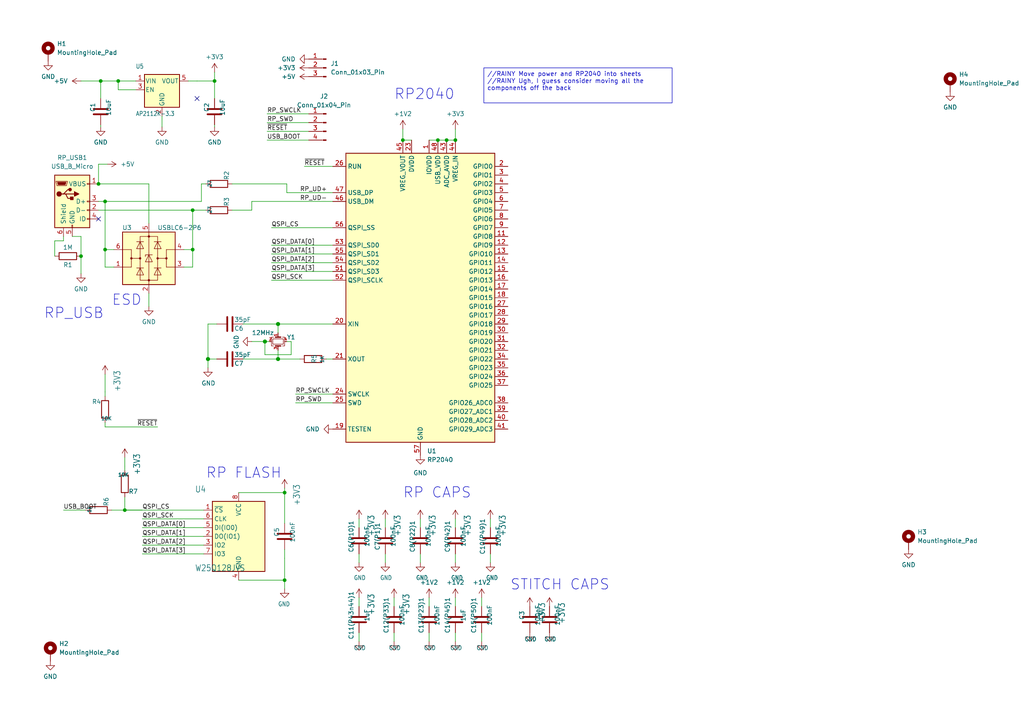
<source format=kicad_sch>
(kicad_sch (version 20230121) (generator eeschema)
  (paper "A4")
  (title_block (title "RP2040/FT232H Interface") (comment 1 "For transferring data quickly out of an RP2040"))
  (lib_symbols
    (symbol "Connector:Conn_01x03_Pin" (pin_names (offset 1.016) hide)
      (property "Reference" "J" (at 0 5.08 0))
      (property "Value" "Conn_01x03_Pin" (at 0 -5.08 0))
      (symbol "Conn_01x03_Pin_1_1"
        (polyline (pts (xy 1.27 -2.54) (xy 0.8636 -2.54)) (stroke (width 0.1524)))
        (polyline (pts (xy 1.27 0) (xy 0.8636 0)) (stroke (width 0.1524)))
        (polyline (pts (xy 1.27 2.54) (xy 0.8636 2.54)) (stroke (width 0.1524)))
        (rectangle (start 0.8636 -2.413) (end 0 -2.667) (stroke (width 0.1524)) (fill (type outline)))
        (rectangle (start 0.8636 0.127) (end 0 -0.127) (stroke (width 0.1524)) (fill (type outline)))
        (rectangle (start 0.8636 2.667) (end 0 2.413) (stroke (width 0.1524)) (fill (type outline)))
        (pin passive line (at 5.08 2.54 180) (length 3.81) (name "Pin_1") (number "1"))
        (pin passive line (at 5.08 0 180) (length 3.81) (name "Pin_2") (number "2"))
        (pin passive line (at 5.08 -2.54 180) (length 3.81) (name "Pin_3") (number "3"))
      )
    )
    (symbol "Connector:Conn_01x04_Pin" (pin_names (offset 1.016) hide)
      (property "Reference" "J" (at 0 5.08 0))
      (property "Value" "Conn_01x04_Pin" (at 0 -7.62 0))
      (symbol "Conn_01x04_Pin_1_1"
        (polyline (pts (xy 1.27 -5.08) (xy 0.8636 -5.08)) (stroke (width 0.1524)))
        (polyline (pts (xy 1.27 -2.54) (xy 0.8636 -2.54)) (stroke (width 0.1524)))
        (polyline (pts (xy 1.27 0) (xy 0.8636 0)) (stroke (width 0.1524)))
        (polyline (pts (xy 1.27 2.54) (xy 0.8636 2.54)) (stroke (width 0.1524)))
        (rectangle (start 0.8636 -4.953) (end 0 -5.207) (stroke (width 0.1524)) (fill (type outline)))
        (rectangle (start 0.8636 -2.413) (end 0 -2.667) (stroke (width 0.1524)) (fill (type outline)))
        (rectangle (start 0.8636 0.127) (end 0 -0.127) (stroke (width 0.1524)) (fill (type outline)))
        (rectangle (start 0.8636 2.667) (end 0 2.413) (stroke (width 0.1524)) (fill (type outline)))
        (pin passive line (at 5.08 2.54 180) (length 3.81) (name "Pin_1") (number "1"))
        (pin passive line (at 5.08 0 180) (length 3.81) (name "Pin_2") (number "2"))
        (pin passive line (at 5.08 -2.54 180) (length 3.81) (name "Pin_3") (number "3"))
        (pin passive line (at 5.08 -5.08 180) (length 3.81) (name "Pin_4") (number "4"))
      )
    )
    (symbol "Connector:USB_B_Micro" (pin_names (offset 1.016))
      (property "Reference" "J" (at -5.08 11.43 0))
      (property "Value" "USB_B_Micro" (at -5.08 8.89 0))
      (symbol "USB_B_Micro_0_1"
        (rectangle (start -5.08 -7.62) (end 5.08 7.62) (stroke (width 0.254)) (fill (type background)))
        (circle (center -3.81 2.159) (radius 0.635) (stroke (width 0.254)) (fill (type outline)))
        (circle (center -0.635 3.429) (radius 0.381) (stroke (width 0.254)) (fill (type outline)))
        (rectangle (start -0.127 -7.62) (end 0.127 -6.858))
        (polyline (pts (xy -1.905 2.159) (xy 0.635 2.159)) (stroke (width 0.254)))
        (polyline (pts (xy -3.175 2.159) (xy -2.54 2.159) (xy -1.27 3.429) (xy -0.635 3.429)) (stroke (width 0.254)))
        (polyline (pts (xy -2.54 2.159) (xy -1.905 2.159) (xy -1.27 0.889) (xy 0 0.889)) (stroke (width 0.254)))
        (polyline (pts (xy 0.635 2.794) (xy 0.635 1.524) (xy 1.905 2.159) (xy 0.635 2.794)) (stroke (width 0.254)) (fill (type outline)))
        (polyline (pts (xy -4.318 5.588) (xy -1.778 5.588) (xy -2.032 4.826) (xy -4.064 4.826) (xy -4.318 5.588)) (fill (type outline)))
        (polyline (pts (xy -4.699 5.842) (xy -4.699 5.588) (xy -4.445 4.826) (xy -4.445 4.572) (xy -1.651 4.572) (xy -1.651 4.826) (xy -1.397 5.588) (xy -1.397 5.842) (xy -4.699 5.842)))
        (rectangle (start 0.254 1.27) (end -0.508 0.508) (stroke (width 0.254)) (fill (type outline)))
        (rectangle (start 5.08 -5.207) (end 4.318 -4.953))
        (rectangle (start 5.08 -2.667) (end 4.318 -2.413))
        (rectangle (start 5.08 -0.127) (end 4.318 0.127))
        (rectangle (start 5.08 4.953) (end 4.318 5.207))
      )
      (symbol "USB_B_Micro_1_1"
        (pin power_out line (at 7.62 5.08 180) (length 2.54) (name "VBUS") (number "1"))
        (pin bidirectional line (at 7.62 -2.54 180) (length 2.54) (name "D-") (number "2"))
        (pin bidirectional line (at 7.62 0 180) (length 2.54) (name "D+") (number "3"))
        (pin passive line (at 7.62 -5.08 180) (length 2.54) (name "ID") (number "4"))
        (pin power_out line (at 0 -10.16 90) (length 2.54) (name "GND") (number "5"))
        (pin passive line (at -2.54 -10.16 90) (length 2.54) (name "Shield") (number "6"))
      )
    )
    (symbol "Device:C" (pin_numbers hide) (pin_names (offset 0.254))
      (property "Reference" "C" (at 0.635 2.54 0))
      (property "Value" "C" (at 0.635 -2.54 0))
      (symbol "C_0_1"
        (polyline (pts (xy -2.032 -0.762) (xy 2.032 -0.762)) (stroke (width 0.508)))
        (polyline (pts (xy -2.032 0.762) (xy 2.032 0.762)) (stroke (width 0.508)))
      )
      (symbol "C_1_1"
        (pin passive line (at 0 3.81 270) (length 2.794) (name "~") (number "1"))
        (pin passive line (at 0 -3.81 90) (length 2.794) (name "~") (number "2"))
      )
    )
    (symbol "Device:Crystal_GND24_Small" (pin_names (offset 1.016) hide)
      (property "Reference" "Y" (at 1.27 4.445 0))
      (property "Value" "Crystal_GND24_Small" (at 1.27 2.54 0))
      (symbol "Crystal_GND24_Small_0_1"
        (rectangle (start -0.762 -1.524) (end 0.762 1.524))
        (polyline (pts (xy -1.27 -0.762) (xy -1.27 0.762)) (stroke (width 0.381)))
        (polyline (pts (xy 1.27 -0.762) (xy 1.27 0.762)) (stroke (width 0.381)))
        (polyline (pts (xy -1.27 -1.27) (xy -1.27 -1.905) (xy 1.27 -1.905) (xy 1.27 -1.27)))
        (polyline (pts (xy -1.27 1.27) (xy -1.27 1.905) (xy 1.27 1.905) (xy 1.27 1.27)))
      )
      (symbol "Crystal_GND24_Small_1_1"
        (pin passive line (at -2.54 0 0) (length 1.27) (name "1") (number "1"))
        (pin passive line (at 0 -2.54 90) (length 0.635) (name "2") (number "2"))
        (pin passive line (at 2.54 0 180) (length 1.27) (name "3") (number "3"))
        (pin passive line (at 0 2.54 270) (length 0.635) (name "4") (number "4"))
      )
    )
    (symbol "Device:R" (pin_numbers hide) (pin_names (offset 0))
      (property "Reference" "R" (at 2.032 0 90))
      (property "Value" "R" (at 0 0 90))
      (symbol "R_0_1"
        (rectangle (start -1.016 -2.54) (end 1.016 2.54) (stroke (width 0.254)))
      )
      (symbol "R_1_1"
        (pin passive line (at 0 3.81 270) (length 1.27) (name "~") (number "1"))
        (pin passive line (at 0 -3.81 90) (length 1.27) (name "~") (number "2"))
      )
    )
    (symbol "MCU_RaspberryPi:RP2040"
      (property "Reference" "U" (at 17.78 45.72 0))
      (property "Value" "RP2040" (at 17.78 43.18 0))
      (symbol "RP2040_0_1"
        (rectangle (start -21.59 41.91) (end 21.59 -41.91) (stroke (width 0.254)) (fill (type background)))
      )
      (symbol "RP2040_1_1"
        (pin power_in line (at 2.54 45.72 270) (length 3.81) (name "IOVDD") (number "1"))
        (pin passive line (at 2.54 45.72 270) (length 3.81) hide (name "IOVDD") (number "10"))
        (pin bidirectional line (at 25.4 17.78 180) (length 3.81) (name "GPIO8") (number "11"))
        (pin bidirectional line (at 25.4 15.24 180) (length 3.81) (name "GPIO9") (number "12"))
        (pin bidirectional line (at 25.4 12.7 180) (length 3.81) (name "GPIO10") (number "13"))
        (pin bidirectional line (at 25.4 10.16 180) (length 3.81) (name "GPIO11") (number "14"))
        (pin bidirectional line (at 25.4 7.62 180) (length 3.81) (name "GPIO12") (number "15"))
        (pin bidirectional line (at 25.4 5.08 180) (length 3.81) (name "GPIO13") (number "16"))
        (pin bidirectional line (at 25.4 2.54 180) (length 3.81) (name "GPIO14") (number "17"))
        (pin bidirectional line (at 25.4 0 180) (length 3.81) (name "GPIO15") (number "18"))
        (pin input line (at -25.4 -38.1 0) (length 3.81) (name "TESTEN") (number "19"))
        (pin bidirectional line (at 25.4 38.1 180) (length 3.81) (name "GPIO0") (number "2"))
        (pin input line (at -25.4 -7.62 0) (length 3.81) (name "XIN") (number "20"))
        (pin passive line (at -25.4 -17.78 0) (length 3.81) (name "XOUT") (number "21"))
        (pin passive line (at 2.54 45.72 270) (length 3.81) hide (name "IOVDD") (number "22"))
        (pin power_in line (at -2.54 45.72 270) (length 3.81) (name "DVDD") (number "23"))
        (pin input line (at -25.4 -27.94 0) (length 3.81) (name "SWCLK") (number "24"))
        (pin bidirectional line (at -25.4 -30.48 0) (length 3.81) (name "SWD") (number "25"))
        (pin input line (at -25.4 38.1 0) (length 3.81) (name "RUN") (number "26"))
        (pin bidirectional line (at 25.4 -2.54 180) (length 3.81) (name "GPIO16") (number "27"))
        (pin bidirectional line (at 25.4 -5.08 180) (length 3.81) (name "GPIO17") (number "28"))
        (pin bidirectional line (at 25.4 -7.62 180) (length 3.81) (name "GPIO18") (number "29"))
        (pin bidirectional line (at 25.4 35.56 180) (length 3.81) (name "GPIO1") (number "3"))
        (pin bidirectional line (at 25.4 -10.16 180) (length 3.81) (name "GPIO19") (number "30"))
        (pin bidirectional line (at 25.4 -12.7 180) (length 3.81) (name "GPIO20") (number "31"))
        (pin bidirectional line (at 25.4 -15.24 180) (length 3.81) (name "GPIO21") (number "32"))
        (pin passive line (at 2.54 45.72 270) (length 3.81) hide (name "IOVDD") (number "33"))
        (pin bidirectional line (at 25.4 -17.78 180) (length 3.81) (name "GPIO22") (number "34"))
        (pin bidirectional line (at 25.4 -20.32 180) (length 3.81) (name "GPIO23") (number "35"))
        (pin bidirectional line (at 25.4 -22.86 180) (length 3.81) (name "GPIO24") (number "36"))
        (pin bidirectional line (at 25.4 -25.4 180) (length 3.81) (name "GPIO25") (number "37"))
        (pin bidirectional line (at 25.4 -30.48 180) (length 3.81) (name "GPIO26_ADC0") (number "38"))
        (pin bidirectional line (at 25.4 -33.02 180) (length 3.81) (name "GPIO27_ADC1") (number "39"))
        (pin bidirectional line (at 25.4 33.02 180) (length 3.81) (name "GPIO2") (number "4"))
        (pin bidirectional line (at 25.4 -35.56 180) (length 3.81) (name "GPIO28_ADC2") (number "40"))
        (pin bidirectional line (at 25.4 -38.1 180) (length 3.81) (name "GPIO29_ADC3") (number "41"))
        (pin passive line (at 2.54 45.72 270) (length 3.81) hide (name "IOVDD") (number "42"))
        (pin power_in line (at 7.62 45.72 270) (length 3.81) (name "ADC_AVDD") (number "43"))
        (pin power_in line (at 10.16 45.72 270) (length 3.81) (name "VREG_IN") (number "44"))
        (pin power_out line (at -5.08 45.72 270) (length 3.81) (name "VREG_VOUT") (number "45"))
        (pin bidirectional line (at -25.4 27.94 0) (length 3.81) (name "USB_DM") (number "46"))
        (pin bidirectional line (at -25.4 30.48 0) (length 3.81) (name "USB_DP") (number "47"))
        (pin power_in line (at 5.08 45.72 270) (length 3.81) (name "USB_VDD") (number "48"))
        (pin passive line (at 2.54 45.72 270) (length 3.81) hide (name "IOVDD") (number "49"))
        (pin bidirectional line (at 25.4 30.48 180) (length 3.81) (name "GPIO3") (number "5"))
        (pin passive line (at -2.54 45.72 270) (length 3.81) hide (name "DVDD") (number "50"))
        (pin bidirectional line (at -25.4 7.62 0) (length 3.81) (name "QSPI_SD3") (number "51"))
        (pin output line (at -25.4 5.08 0) (length 3.81) (name "QSPI_SCLK") (number "52"))
        (pin bidirectional line (at -25.4 15.24 0) (length 3.81) (name "QSPI_SD0") (number "53"))
        (pin bidirectional line (at -25.4 10.16 0) (length 3.81) (name "QSPI_SD2") (number "54"))
        (pin bidirectional line (at -25.4 12.7 0) (length 3.81) (name "QSPI_SD1") (number "55"))
        (pin bidirectional line (at -25.4 20.32 0) (length 3.81) (name "QSPI_SS") (number "56"))
        (pin power_in line (at 0 -45.72 90) (length 3.81) (name "GND") (number "57"))
        (pin bidirectional line (at 25.4 27.94 180) (length 3.81) (name "GPIO4") (number "6"))
        (pin bidirectional line (at 25.4 25.4 180) (length 3.81) (name "GPIO5") (number "7"))
        (pin bidirectional line (at 25.4 22.86 180) (length 3.81) (name "GPIO6") (number "8"))
        (pin bidirectional line (at 25.4 20.32 180) (length 3.81) (name "GPIO7") (number "9"))
      )
    )
    (symbol "Mechanical:MountingHole_Pad" (pin_numbers hide) (pin_names (offset 1.016) hide)
      (property "Reference" "H" (at 0 6.35 0))
      (property "Value" "MountingHole_Pad" (at 0 4.445 0))
      (symbol "MountingHole_Pad_0_1"
        (circle (center 0 1.27) (radius 1.27) (stroke (width 1.27)))
      )
      (symbol "MountingHole_Pad_1_1"
        (pin input line (at 0 -2.54 90) (length 2.54) (name "1") (number "1"))
      )
    )
    (symbol "Memory_Flash:W25Q128JVS"
      (property "Reference" "U" (at -8.89 8.89 0))
      (property "Value" "W25Q128JVS" (at 7.62 8.89 0))
      (symbol "W25Q128JVS_0_1"
        (rectangle (start -7.62 10.16) (end 7.62 -10.16) (stroke (width 0.254)) (fill (type background)))
      )
      (symbol "W25Q128JVS_1_1"
        (pin input line (at -10.16 7.62 0) (length 2.54) (name "~{CS}") (number "1"))
        (pin bidirectional line (at -10.16 0 0) (length 2.54) (name "DO(IO1)") (number "2"))
        (pin bidirectional line (at -10.16 -2.54 0) (length 2.54) (name "IO2") (number "3"))
        (pin power_in line (at 0 -12.7 90) (length 2.54) (name "GND") (number "4"))
        (pin bidirectional line (at -10.16 2.54 0) (length 2.54) (name "DI(IO0)") (number "5"))
        (pin input line (at -10.16 5.08 0) (length 2.54) (name "CLK") (number "6"))
        (pin bidirectional line (at -10.16 -5.08 0) (length 2.54) (name "IO3") (number "7"))
        (pin power_in line (at 0 12.7 270) (length 2.54) (name "VCC") (number "8"))
      )
    )
    (symbol "Power_Protection:USBLC6-2P6" (pin_names hide)
      (property "Reference" "U" (at 2.54 8.89 0))
      (property "Value" "USBLC6-2P6" (at 2.54 -8.89 0))
      (symbol "USBLC6-2P6_0_1"
        (rectangle (start -7.62 -7.62) (end 7.62 7.62) (stroke (width 0.254)) (fill (type background)))
        (circle (center -5.08 0) (radius 0.254) (fill (type outline)))
        (circle (center -2.54 0) (radius 0.254) (fill (type outline)))
        (rectangle (start -2.54 6.35) (end 2.54 -6.35))
        (circle (center 0 -6.35) (radius 0.254) (fill (type outline)))
        (polyline (pts (xy -5.08 -2.54) (xy -7.62 -2.54)))
        (polyline (pts (xy -5.08 0) (xy -5.08 -2.54)))
        (polyline (pts (xy -5.08 2.54) (xy -7.62 2.54)))
        (polyline (pts (xy -1.524 -2.794) (xy -3.556 -2.794)))
        (polyline (pts (xy -1.524 4.826) (xy -3.556 4.826)))
        (polyline (pts (xy 0 -7.62) (xy 0 -6.35)))
        (polyline (pts (xy 0 -6.35) (xy 0 1.27)))
        (polyline (pts (xy 0 1.27) (xy 0 6.35)))
        (polyline (pts (xy 0 6.35) (xy 0 7.62)))
        (polyline (pts (xy 1.524 -2.794) (xy 3.556 -2.794)))
        (polyline (pts (xy 1.524 4.826) (xy 3.556 4.826)))
        (polyline (pts (xy 5.08 -2.54) (xy 7.62 -2.54)))
        (polyline (pts (xy 5.08 0) (xy 5.08 -2.54)))
        (polyline (pts (xy 5.08 2.54) (xy 7.62 2.54)))
        (polyline (pts (xy -2.54 0) (xy -5.08 0) (xy -5.08 2.54)))
        (polyline (pts (xy 2.54 0) (xy 5.08 0) (xy 5.08 2.54)))
        (polyline (pts (xy -3.556 -4.826) (xy -1.524 -4.826) (xy -2.54 -2.794) (xy -3.556 -4.826)))
        (polyline (pts (xy -3.556 2.794) (xy -1.524 2.794) (xy -2.54 4.826) (xy -3.556 2.794)))
        (polyline (pts (xy -1.016 -1.016) (xy 1.016 -1.016) (xy 0 1.016) (xy -1.016 -1.016)))
        (polyline (pts (xy 1.016 1.016) (xy 0.762 1.016) (xy -1.016 1.016) (xy -1.016 0.508)))
        (polyline (pts (xy 3.556 -4.826) (xy 1.524 -4.826) (xy 2.54 -2.794) (xy 3.556 -4.826)))
        (polyline (pts (xy 3.556 2.794) (xy 1.524 2.794) (xy 2.54 4.826) (xy 3.556 2.794)))
        (circle (center 0 6.35) (radius 0.254) (fill (type outline)))
        (circle (center 2.54 0) (radius 0.254) (fill (type outline)))
        (circle (center 5.08 0) (radius 0.254) (fill (type outline)))
      )
      (symbol "USBLC6-2P6_1_1"
        (pin passive line (at -10.16 -2.54 0) (length 2.54) (name "I/O1") (number "1"))
        (pin passive line (at 0 -10.16 90) (length 2.54) (name "GND") (number "2"))
        (pin passive line (at 10.16 -2.54 180) (length 2.54) (name "I/O2") (number "3"))
        (pin passive line (at 10.16 2.54 180) (length 2.54) (name "I/O2") (number "4"))
        (pin passive line (at 0 10.16 270) (length 2.54) (name "VBUS") (number "5"))
        (pin passive line (at -10.16 2.54 0) (length 2.54) (name "I/O1") (number "6"))
      )
    )
    (symbol "Regulator_Linear:AP2112K-3.3" (pin_names (offset 0.254))
      (property "Reference" "U" (at -5.08 5.715 0))
      (property "Value" "AP2112K-3.3" (at 0 5.715 0))
      (symbol "AP2112K-3.3_0_1"
        (rectangle (start -5.08 4.445) (end 5.08 -5.08) (stroke (width 0.254)) (fill (type background)))
      )
      (symbol "AP2112K-3.3_1_1"
        (pin power_in line (at -7.62 2.54 0) (length 2.54) (name "VIN") (number "1"))
        (pin power_in line (at 0 -7.62 90) (length 2.54) (name "GND") (number "2"))
        (pin input line (at -7.62 0 0) (length 2.54) (name "EN") (number "3"))
        (pin no_connect line (at 5.08 0 180) (length 2.54) hide (name "NC") (number "4"))
        (pin power_out line (at 7.62 2.54 180) (length 2.54) (name "VOUT") (number "5"))
      )
    )
    (symbol "power:+1V2" (power) (pin_names (offset 0))
      (property "Value" "+1V2" (at 0 3.556 0))
      (symbol "+1V2_0_1"
        (polyline (pts (xy -0.762 1.27) (xy 0 2.54)))
        (polyline (pts (xy 0 0) (xy 0 2.54)))
        (polyline (pts (xy 0 2.54) (xy 0.762 1.27)))
      )
      (symbol "+1V2_1_1"
        (pin power_in line (at 0 0 90) (length 0) hide (name "+1V2") (number "1"))
      )
    )
    (symbol "power:+3V3" (power) (pin_names (offset 0))
      (property "Value" "+3V3" (at 0 3.556 0))
      (symbol "+3V3_0_1"
        (polyline (pts (xy -0.762 1.27) (xy 0 2.54)))
        (polyline (pts (xy 0 0) (xy 0 2.54)))
        (polyline (pts (xy 0 2.54) (xy 0.762 1.27)))
      )
      (symbol "+3V3_1_1"
        (pin power_in line (at 0 0 90) (length 0) hide (name "+3V3") (number "1"))
      )
    )
    (symbol "power:+5V" (power) (pin_names (offset 0))
      (property "Value" "+5V" (at 0 3.556 0))
      (symbol "+5V_0_1"
        (polyline (pts (xy -0.762 1.27) (xy 0 2.54)))
        (polyline (pts (xy 0 0) (xy 0 2.54)))
        (polyline (pts (xy 0 2.54) (xy 0.762 1.27)))
      )
      (symbol "+5V_1_1"
        (pin power_in line (at 0 0 90) (length 0) hide (name "+5V") (number "1"))
      )
    )
    (symbol "power:GND" (power) (pin_names (offset 0))
      (property "Value" "GND" (at 0 -3.81 0))
      (symbol "GND_0_1"
        (polyline (pts (xy 0 0) (xy 0 -1.27) (xy 1.27 -1.27) (xy 0 -2.54) (xy -1.27 -1.27) (xy 0 -1.27)))
      )
      (symbol "GND_1_1"
        (pin power_in line (at 0 0 270) (length 0) hide (name "GND") (number "1"))
      )
    )
  )
  (junction (at 36.195 147.955))
  (junction (at 82.55 168.275))
  (junction (at 127 40.64))
  (junction (at 55.88 72.39))
  (junction (at 62.23 23.495))
  (junction (at 76.835 99.06) (diameter 1.016))
  (junction (at 28.575 53.34))
  (junction (at 60.325 104.14) (diameter 1.016))
  (junction (at 34.29 23.495))
  (junction (at 29.21 23.495))
  (junction (at 80.645 93.98) (diameter 1.016))
  (junction (at 30.48 58.42))
  (junction (at 132.08 40.64))
  (junction (at 80.645 104.14) (diameter 1.016))
  (junction (at 116.84 40.64))
  (junction (at 23.495 74.295))
  (junction (at 82.55 142.875))
  (junction (at 55.88 60.96))
  (junction (at 30.48 72.39))
  (junction (at 129.54 40.64))
  (no_connect (at 28.575 63.5))
  (no_connect (at 57.15 28.575))
  (wire (pts (xy 69.215 168.275) (xy 82.55 168.275)))
  (wire (pts (xy 142.24 150.495) (xy 142.24 153.035)) (stroke (width 0.1524)))
  (wire (pts (xy 132.08 37.465) (xy 132.08 40.64)))
  (wire (pts (xy 55.88 60.96) (xy 55.88 72.39)))
  (wire (pts (xy 139.7 173.355) (xy 139.7 175.895)) (stroke (width 0.1524)))
  (wire (pts (xy 28.575 53.34) (xy 43.18 53.34)))
  (wire (pts (xy 104.14 150.495) (xy 104.14 153.035)) (stroke (width 0.1524)))
  (wire (pts (xy 59.055 153.035) (xy 41.275 153.035)) (stroke (width 0.1524)))
  (wire (pts (xy 83.185 53.34) (xy 83.185 55.88)))
  (wire (pts (xy 116.84 37.465) (xy 116.84 40.64)))
  (wire (pts (xy 77.47 40.64) (xy 89.535 40.64)))
  (wire (pts (xy 43.18 53.34) (xy 43.18 64.77)))
  (wire (pts (xy 78.74 73.66) (xy 96.52 73.66)) (stroke (width 0.1524)))
  (wire (pts (xy 124.46 40.64) (xy 127 40.64)))
  (wire (pts (xy 58.42 58.42) (xy 58.42 53.34)))
  (wire (pts (xy 124.46 173.355) (xy 124.46 175.895)) (stroke (width 0.1524)))
  (wire (pts (xy 36.195 132.715) (xy 36.195 135.255)) (stroke (width 0.1524)))
  (wire (pts (xy 124.46 183.515) (xy 124.46 186.055)) (stroke (width 0.1524)))
  (wire (pts (xy 62.23 36.83) (xy 62.23 36.195)))
  (wire (pts (xy 127 40.64) (xy 129.54 40.64)))
  (wire (pts (xy 23.495 23.495) (xy 29.21 23.495)))
  (wire (pts (xy 84.455 99.06) (xy 84.455 102.87)))
  (wire (pts (xy 82.55 159.385) (xy 82.55 161.925)) (stroke (width 0.1524)))
  (wire (pts (xy 60.325 93.98) (xy 60.325 104.14)))
  (wire (pts (xy 30.48 108.585) (xy 30.48 113.665)) (stroke (width 0.1524)))
  (wire (pts (xy 85.725 114.3) (xy 96.52 114.3)))
  (wire (pts (xy 33.02 72.39) (xy 30.48 72.39)))
  (wire (pts (xy 142.24 160.655) (xy 142.24 163.195)) (stroke (width 0.1524)))
  (wire (pts (xy 132.08 173.355) (xy 132.08 175.895)) (stroke (width 0.1524)))
  (wire (pts (xy 32.385 147.955) (xy 36.195 147.955)))
  (wire (pts (xy 82.55 141.605) (xy 82.55 142.875)) (stroke (width 0.1524)))
  (wire (pts (xy 30.48 58.42) (xy 58.42 58.42)))
  (wire (pts (xy 80.645 104.14) (xy 86.995 104.14)))
  (wire (pts (xy 84.455 102.87) (xy 76.835 102.87)))
  (wire (pts (xy 55.88 60.96) (xy 59.69 60.96)))
  (wire (pts (xy 23.495 147.955) (xy 18.415 147.955)) (stroke (width 0.1524)))
  (wire (pts (xy 78.74 66.04) (xy 96.52 66.04)))
  (wire (pts (xy 46.99 33.655) (xy 46.99 36.83)) (stroke (width 0.1524)))
  (wire (pts (xy 23.495 147.955) (xy 24.765 147.955)))
  (wire (pts (xy 77.47 38.1) (xy 89.535 38.1)))
  (wire (pts (xy 23.495 74.295) (xy 23.495 79.375)))
  (wire (pts (xy 82.55 168.275) (xy 82.55 170.815)))
  (wire (pts (xy 80.645 96.52) (xy 80.645 93.98)))
  (wire (pts (xy 73.025 99.06) (xy 76.835 99.06)))
  (wire (pts (xy 78.74 78.74) (xy 96.52 78.74)) (stroke (width 0.1524)))
  (wire (pts (xy 70.485 104.14) (xy 80.645 104.14)))
  (wire (pts (xy 114.3 183.515) (xy 114.3 186.055)) (stroke (width 0.1524)))
  (wire (pts (xy 80.645 93.98) (xy 96.52 93.98)))
  (wire (pts (xy 62.865 93.98) (xy 60.325 93.98)))
  (wire (pts (xy 85.725 116.84) (xy 96.52 116.84)))
  (wire (pts (xy 83.185 99.06) (xy 84.455 99.06)))
  (wire (pts (xy 78.74 71.12) (xy 96.52 71.12)) (stroke (width 0.1524)))
  (wire (pts (xy 34.29 23.495) (xy 39.37 23.495)) (stroke (width 0.1524)))
  (wire (pts (xy 121.92 150.495) (xy 121.92 153.035)) (stroke (width 0.1524)))
  (wire (pts (xy 80.645 101.6) (xy 80.645 104.14)))
  (wire (pts (xy 41.275 150.495) (xy 59.055 150.495)) (stroke (width 0.1524)))
  (wire (pts (xy 28.575 60.96) (xy 55.88 60.96)))
  (wire (pts (xy 104.14 173.355) (xy 104.14 175.895)) (stroke (width 0.1524)))
  (wire (pts (xy 31.115 47.625) (xy 28.575 47.625)))
  (wire (pts (xy 36.195 144.145) (xy 36.195 145.415)))
  (wire (pts (xy 96.52 48.26) (xy 88.265 48.26)))
  (wire (pts (xy 67.31 53.34) (xy 83.185 53.34)))
  (wire (pts (xy 36.195 147.955) (xy 59.055 147.955)) (stroke (width 0.1524)))
  (wire (pts (xy 18.415 68.58) (xy 18.415 69.85)))
  (wire (pts (xy 62.23 20.955) (xy 62.23 23.495)) (stroke (width 0.1524)))
  (wire (pts (xy 70.485 93.98) (xy 80.645 93.98)))
  (wire (pts (xy 62.23 23.495) (xy 62.23 28.575)) (stroke (width 0.1524)))
  (wire (pts (xy 28.575 47.625) (xy 28.575 53.34)))
  (wire (pts (xy 43.18 85.09) (xy 43.18 88.9)))
  (wire (pts (xy 129.54 40.64) (xy 132.08 40.64)))
  (wire (pts (xy 104.14 183.515) (xy 104.14 186.055)) (stroke (width 0.1524)))
  (wire (pts (xy 41.275 160.655) (xy 59.055 160.655)) (stroke (width 0.1524)))
  (wire (pts (xy 132.08 183.515) (xy 132.08 186.055)) (stroke (width 0.1524)))
  (wire (pts (xy 73.025 58.42) (xy 73.025 60.96)))
  (wire (pts (xy 82.55 161.925) (xy 82.55 168.275)))
  (wire (pts (xy 29.21 28.575) (xy 29.21 23.495)) (stroke (width 0.1524)))
  (wire (pts (xy 60.325 104.14) (xy 60.325 106.68)))
  (wire (pts (xy 30.48 58.42) (xy 30.48 72.39)))
  (wire (pts (xy 77.47 35.56) (xy 89.535 35.56)))
  (wire (pts (xy 30.48 113.665) (xy 30.48 114.935)))
  (wire (pts (xy 29.21 36.195) (xy 29.21 36.83)) (stroke (width 0.1524)))
  (wire (pts (xy 78.74 76.2) (xy 96.52 76.2)) (stroke (width 0.1524)))
  (wire (pts (xy 30.48 123.825) (xy 45.72 123.825)))
  (wire (pts (xy 77.47 33.02) (xy 89.535 33.02)))
  (wire (pts (xy 59.055 158.115) (xy 41.275 158.115)) (stroke (width 0.1524)))
  (wire (pts (xy 83.185 55.88) (xy 96.52 55.88)))
  (wire (pts (xy 15.875 69.85) (xy 15.875 74.295)))
  (wire (pts (xy 53.34 77.47) (xy 55.88 77.47)))
  (wire (pts (xy 55.88 72.39) (xy 55.88 77.47)))
  (wire (pts (xy 121.92 160.655) (xy 121.92 163.195)) (stroke (width 0.1524)))
  (wire (pts (xy 53.34 72.39) (xy 55.88 72.39)))
  (wire (pts (xy 36.195 147.955) (xy 41.275 147.955)))
  (wire (pts (xy 34.29 23.495) (xy 34.29 26.035)) (stroke (width 0.1524)))
  (wire (pts (xy 54.61 23.495) (xy 57.15 23.495)))
  (wire (pts (xy 36.195 135.255) (xy 36.195 136.525)))
  (wire (pts (xy 69.215 142.875) (xy 82.55 142.875)))
  (wire (pts (xy 18.415 69.85) (xy 15.875 69.85)))
  (wire (pts (xy 94.615 104.14) (xy 96.52 104.14)))
  (wire (pts (xy 132.08 150.495) (xy 132.08 153.035)) (stroke (width 0.1524)))
  (wire (pts (xy 29.21 23.495) (xy 34.29 23.495)) (stroke (width 0.1524)))
  (wire (pts (xy 23.495 68.58) (xy 23.495 74.295)))
  (wire (pts (xy 76.835 102.87) (xy 76.835 99.06)))
  (wire (pts (xy 132.08 160.655) (xy 132.08 163.195)) (stroke (width 0.1524)))
  (wire (pts (xy 20.955 68.58) (xy 23.495 68.58)))
  (wire (pts (xy 116.84 40.64) (xy 119.38 40.64)))
  (wire (pts (xy 30.48 122.555) (xy 30.48 123.825)))
  (wire (pts (xy 114.3 173.355) (xy 114.3 175.895)) (stroke (width 0.1524)))
  (wire (pts (xy 36.195 145.415) (xy 36.195 147.955)) (stroke (width 0.1524)))
  (wire (pts (xy 57.15 23.495) (xy 62.23 23.495)) (stroke (width 0.1524)))
  (wire (pts (xy 111.76 150.495) (xy 111.76 153.035)) (stroke (width 0.1524)))
  (wire (pts (xy 33.02 77.47) (xy 30.48 77.47)))
  (wire (pts (xy 78.74 81.28) (xy 96.52 81.28)))
  (wire (pts (xy 111.76 160.655) (xy 111.76 163.195)) (stroke (width 0.1524)))
  (wire (pts (xy 60.325 104.14) (xy 62.865 104.14)))
  (wire (pts (xy 139.7 183.515) (xy 139.7 186.055)) (stroke (width 0.1524)))
  (wire (pts (xy 58.42 53.34) (xy 59.69 53.34)))
  (wire (pts (xy 67.31 60.96) (xy 73.025 60.96)))
  (wire (pts (xy 104.14 160.655) (xy 104.14 163.195)) (stroke (width 0.1524)))
  (wire (pts (xy 76.835 99.06) (xy 78.105 99.06)))
  (wire (pts (xy 34.29 26.035) (xy 39.37 26.035)) (stroke (width 0.1524)))
  (wire (pts (xy 73.025 58.42) (xy 96.52 58.42)))
  (wire (pts (xy 30.48 72.39) (xy 30.48 77.47)))
  (wire (pts (xy 28.575 58.42) (xy 30.48 58.42)))
  (wire (pts (xy 82.55 142.875) (xy 82.55 151.765)) (stroke (width 0.1524)))
  (wire (pts (xy 41.275 155.575) (xy 59.055 155.575)))
  (text_box "//RAINY Move power and RP2040 into sheets\n//RAINY Ugh, I guess consider moving all the components off the back" (at 140.335 19.685 0) (size 54.61 10.16) (effects (font (size 1.27 1.27)) (justify left top)))
  (text "RP_USB" (at 12.7 92.71 0) (effects (font (size 3 3)) (justify left bottom)))
  (text "RP CAPS" (at 116.84 144.78 0) (effects (font (size 3 3)) (justify left bottom)))
  (text "RP FLASH" (at 59.69 139.065 0) (effects (font (size 3 3)) (justify left bottom)))
  (text "RP2040" (at 114.3 29.21 0) (effects (font (size 3 3)) (justify left bottom)))
  (text "STITCH CAPS" (at 147.955 171.45 0) (effects (font (size 3 3)) (justify left bottom)))
  (text "ESD" (at 32.385 88.9 0) (effects (font (size 3 3)) (justify left bottom)))
  (label "QSPI_DATA[2]" (at 41.275 158.115 0) (effects (font (size 1.2446 1.2446))))
  (label "USB_BOOT" (at 77.47 40.64 0) (effects (font (size 1.2446 1.2446))))
  (label "RP_SWD" (at 77.47 35.56 0))
  (label "QSPI_SCK" (at 41.275 150.495 0) (effects (font (size 1.2446 1.2446))))
  (label "~{RESET}" (at 77.47 38.1 0))
  (label "QSPI_DATA[1]" (at 41.275 155.575 0) (effects (font (size 1.2446 1.2446))))
  (label "RP_SWD" (at 85.725 116.84 0))
  (label "QSPI_DATA[0]" (at 78.74 71.12 0) (effects (font (size 1.2446 1.2446))))
  (label "RP_SWCLK" (at 85.725 114.3 0))
  (label "QSPI_DATA[1]" (at 78.74 73.66 0) (effects (font (size 1.2446 1.2446))))
  (label "~{RESET}" (at 88.265 48.26 0))
  (label "QSPI_SCK" (at 78.74 81.28 0) (effects (font (size 1.2446 1.2446))))
  (label "QSPI_CS" (at 78.74 66.04 0) (effects (font (size 1.2446 1.2446))))
  (label "RP_UD+" (at 86.995 55.88 0))
  (label "QSPI_DATA[3]" (at 41.275 160.655 0) (effects (font (size 1.2446 1.2446))))
  (label "QSPI_DATA[3]" (at 78.74 78.74 0) (effects (font (size 1.2446 1.2446))))
  (label "QSPI_CS" (at 41.275 147.955 0) (effects (font (size 1.2446 1.2446))))
  (label "~{RESET}" (at 45.72 123.825 180))
  (label "RP_SWCLK" (at 77.47 33.02 0))
  (label "QSPI_DATA[0]" (at 41.275 153.035 0) (effects (font (size 1.2446 1.2446))))
  (label "QSPI_DATA[2]" (at 78.74 76.2 0) (effects (font (size 1.2446 1.2446))))
  (label "USB_BOOT" (at 18.415 147.955 0) (effects (font (size 1.2446 1.2446))))
  (label "RP_UD-" (at 86.995 58.42 0))
  (symbol (lib_id "power:GND") (at 121.92 132.08 0) (unit 1)
    (property "Reference" "#PWR04" (effects hide))
    (property "Value" "GND" (at 121.92 137.16 0))
  )
  (symbol (lib_id "power:GND") (at 114.3 186.055 0) (unit 1)
    (property "Reference" "#U$08" (effects hide))
    (property "Value" "GND" (at 112.776 188.595 0) (effects (font (size 1.27 1.0795)) (justify left bottom)))
  )
  (symbol (lib_id "power:+1V2") (at 132.08 173.355 0) (unit 1)
    (property "Reference" "#PWR042" (effects hide))
    (property "Value" "+1V2" (at 132.08 168.91 0))
  )
  (symbol (lib_id "power:GND") (at 60.325 106.68 0) (unit 1)
    (property "Reference" "#PWR010" (effects hide))
    (property "Value" "GND" (at 60.452 111.1504 0))
  )
  (symbol (lib_id "power:GND") (at 121.92 163.195 0) (unit 1)
    (property "Reference" "#U$04" (effects hide))
    (property "Value" "GND" (at 120.65 168.275 0) (effects (font (size 1.27 1.0795)) (justify left bottom)))
  )
  (symbol (lib_id "Device:C") (at 29.21 32.385 0) (unit 1)
    (property "Reference" "C1" (at 26.92 31.135 90))
    (property "Value" "10uF" (at 31.51 31.135 90))
    (property "Footprint" "Capacitor_SMD:C_0805_2012Metric" (effects hide))
    (property "MFR" "CL21A106KOQNNNE" (effects hide))
    (property "LCSC" "C1713" (effects hide))
  )
  (symbol (lib_id "Device:R") (at 90.805 104.14 90) (unit 1)
    (property "Reference" "R5" (at 91.8464 105.41 0) (effects (justify left bottom)))
    (property "Value" "1K" (at 94.107 105.41 0) (effects (font (size 1.016 1.016) bold) (justify left bottom)))
    (property "Footprint" "Resistor_SMD:R_0402_1005Metric" (effects hide))
    (property "MFR" "RC-02K102JT" (effects hide))
    (property "LCSC" "C140196" (effects hide))
  )
  (symbol (lib_id "Device:C") (at 111.76 156.845 0) (unit 1)
    (property "Reference" "C7(P1)1" (at 109.47 155.595 90))
    (property "Value" "100nF" (at 114.06 155.595 90))
    (property "Footprint" "Capacitor_SMD:C_0402_1005Metric" (effects hide))
    (property "MFR" "CL05B104KO5NNNC" (effects hide))
    (property "LCSC" "C1525" (effects hide))
  )
  (symbol (lib_id "power:GND") (at 89.535 17.145 270) (unit 1)
    (property "Reference" "#PWR019" (effects hide))
    (property "Value" "GND" (at 85.725 17.145 90) (effects (justify right)))
  )
  (symbol (lib_id "power:GND") (at 159.385 183.515 0) (unit 1)
    (property "Reference" "#U$011" (effects hide))
    (property "Value" "GND" (at 157.861 186.055 0) (effects (font (size 1.27 1.0795)) (justify left bottom)))
  )
  (symbol (lib_id "power:+3V3") (at 30.48 108.585 0) (mirror y) (unit 1)
    (property "Reference" "#+3V010" (effects hide))
    (property "Value" "+3V3" (at 33.02 113.665 90) (effects (font (size 1.778 1.5113)) (justify left bottom)))
  )
  (symbol (lib_id "Mechanical:MountingHole_Pad") (at 263.525 156.845 0) (unit 1)
    (property "Reference" "H3" (at 266.065 154.305 0) (effects (justify left)))
    (property "Value" "MountingHole_Pad" (at 266.065 156.845 0) (effects (justify left)))
    (property "Footprint" "MountingHole:MountingHole_2.5mm_Pad" (effects hide))
  )
  (symbol (lib_id "Device:C") (at 142.24 156.845 0) (unit 1)
    (property "Reference" "C10(P49)1" (at 139.95 155.595 90))
    (property "Value" "100nF" (at 144.54 155.595 90))
    (property "Footprint" "Capacitor_SMD:C_0402_1005Metric" (effects hide))
    (property "MFR" "CL05B104KO5NNNC" (effects hide))
    (property "LCSC" "C1525" (effects hide))
  )
  (symbol (lib_id "Device:R") (at 36.195 140.335 180) (unit 1)
    (property "Reference" "R7" (at 40.005 141.8336 0) (effects (justify left bottom)))
    (property "Value" "10K" (at 37.465 137.033 0) (effects (font (size 1.016 1.016) bold) (justify left bottom)))
    (property "Footprint" "Resistor_SMD:R_0402_1005Metric" (effects hide))
    (property "MFR" "RC0402FR-0710KL" (effects hide))
    (property "LCSC" "C60490" (effects hide))
  )
  (symbol (lib_id "power:+5V") (at 31.115 47.625 270) (unit 1)
    (property "Reference" "#PWR02" (effects hide))
    (property "Value" "+5V" (at 34.925 47.625 90) (effects (justify left)))
  )
  (symbol (lib_id "Device:Crystal_GND24_Small") (at 80.645 99.06 270) (unit 1)
    (property "Reference" "Y1" (at 83.185 97.79 90) (effects (justify left)))
    (property "Value" "12MHz" (at 73.025 96.52 90) (effects (justify left)))
    (property "Footprint" "Crystal:Crystal_SMD_3225-4Pin_3.2x2.5mm" (effects hide))
    (property "MFR" "X322512MSB4SI" (effects hide))
    (property "LCSC" "C9002" (effects hide))
  )
  (symbol (lib_id "Power_Protection:USBLC6-2P6") (at 43.18 74.93 0) (unit 1)
    (property "Reference" "U3" (at 36.83 66.04 0))
    (property "Value" "USBLC6-2P6" (at 52.07 66.04 0))
    (property "Footprint" "Package_TO_SOT_SMD:SOT-666" (effects hide))
    (property "Datasheet" "https://www.st.com/resource/en/datasheet/usblc6-2.pdf" (effects hide))
    (property "MFR" "USBLC6-2P6" (effects hide))
    (property "LCSC" "C2827693" (effects hide))
  )
  (symbol (lib_id "Device:R") (at 30.48 118.745 0) (unit 1)
    (property "Reference" "R4" (at 26.67 117.2464 0) (effects (justify left bottom)))
    (property "Value" "10K" (at 29.21 122.047 0) (effects (font (size 1.016 1.016) bold) (justify left bottom)))
    (property "Footprint" "Resistor_SMD:R_0402_1005Metric" (effects hide))
    (property "MFR" "RC0402FR-0710KL" (effects hide))
    (property "LCSC" "C60490" (effects hide))
  )
  (symbol (lib_id "Device:C") (at 153.67 179.705 0) (unit 1)
    (property "Reference" "C3" (at 151.38 178.455 90))
    (property "Value" "100nF" (at 155.97 178.455 90))
    (property "Footprint" "Capacitor_SMD:C_0402_1005Metric" (effects hide))
    (property "MFR" "CL05B104KO5NNNC" (effects hide))
    (property "LCSC" "C1525" (effects hide))
  )
  (symbol (lib_id "Device:C") (at 104.14 179.705 0) (unit 1)
    (property "Reference" "C11(P43n44)1" (at 101.85 178.455 90))
    (property "Value" "1uF" (at 106.44 178.455 90))
    (property "Footprint" "Capacitor_SMD:C_0402_1005Metric" (effects hide))
    (property "MFR" "CL05A105KP5NNNC" (effects hide))
    (property "LCSC" "C14445" (effects hide))
  )
  (symbol (lib_id "Mechanical:MountingHole_Pad") (at 13.97 15.24 0) (unit 1)
    (property "Reference" "H1" (at 16.51 12.7 0) (effects (justify left)))
    (property "Value" "MountingHole_Pad" (at 16.51 15.24 0) (effects (justify left)))
    (property "Footprint" "MountingHole:MountingHole_2.5mm_Pad" (effects hide))
  )
  (symbol (lib_id "Device:C") (at 66.675 104.14 270) (mirror x) (unit 1)
    (property "Reference" "C7" (at 67.945 105.41 90) (effects (justify left)))
    (property "Value" "35pF" (at 67.945 102.87 90) (effects (justify left)))
    (property "Footprint" "Capacitor_SMD:C_0402_1005Metric" (effects hide))
    (property "Source" "ANY" (effects hide))
    (property "MFR" "GJM1555C1H360FB01D" (effects hide))
    (property "LCSC" "C415391" (effects hide))
    (property "Note" "Swapped for 36pF, I'm guessing the parasitic capacitance anyway" (effects hide))
  )
  (symbol (lib_id "Mechanical:MountingHole_Pad") (at 14.605 189.23 0) (unit 1)
    (property "Reference" "H2" (at 17.145 186.69 0) (effects (justify left)))
    (property "Value" "MountingHole_Pad" (at 17.145 189.23 0) (effects (justify left)))
    (property "Footprint" "MountingHole:MountingHole_2.5mm_Pad" (effects hide))
  )
  (symbol (lib_id "Device:C") (at 66.675 93.98 270) (mirror x) (unit 1)
    (property "Reference" "C6" (at 67.945 95.25 90) (effects (justify left)))
    (property "Value" "35pF" (at 67.945 92.71 90) (effects (justify left)))
    (property "Footprint" "Capacitor_SMD:C_0402_1005Metric" (effects hide))
    (property "Source" "ANY" (effects hide))
    (property "MFR" "GJM1555C1H360FB01D" (effects hide))
    (property "LCSC" "C415391" (effects hide))
    (property "Note" "Swapped for 36pF, I'm guessing the parasitic capacitance anyway" (effects hide))
  )
  (symbol (lib_id "power:+3V3") (at 104.14 173.355 0) (mirror y) (unit 1)
    (property "Reference" "#+3V08" (effects hide))
    (property "Value" "+3V3" (at 106.68 178.435 90) (effects (font (size 1.778 1.5113)) (justify left bottom)))
  )
  (symbol (lib_id "Memory_Flash:W25Q128JVS") (at 69.215 155.575 0) (unit 1)
    (property "Reference" "U4" (at 56.515 142.875 0) (effects (font (size 1.778 1.5113)) (justify left bottom)))
    (property "Value" "W25Q128JVS" (at 56.515 165.735 0) (effects (font (size 1.778 1.5113)) (justify left bottom)))
    (property "Footprint" "Package_SO:SOIC-8_5.23x5.23mm_P1.27mm" (effects hide))
    (property "Datasheet" "http://www.winbond.com/resource-files/w25q128jv_dtr%20revc%2003272018%20plus.pdf" (effects hide))
    (property "MFR" "W25Q128JVSIQ" (effects hide))
    (property "LCSC" "C97521" (effects hide))
  )
  (symbol (lib_id "power:GND") (at 153.67 183.515 0) (unit 1)
    (property "Reference" "#U$09" (effects hide))
    (property "Value" "GND" (at 152.146 186.055 0) (effects (font (size 1.27 1.0795)) (justify left bottom)))
  )
  (symbol (lib_id "power:+3V3") (at 82.55 141.605 0) (mirror y) (unit 1)
    (property "Reference" "#+3V02" (effects hide))
    (property "Value" "+3V3" (at 85.09 146.685 90) (effects (font (size 1.778 1.5113)) (justify left bottom)))
  )
  (symbol (lib_id "power:+1V2") (at 139.7 173.355 0) (unit 1)
    (property "Reference" "#PWR043" (effects hide))
    (property "Value" "+1V2" (at 139.7 168.91 0))
  )
  (symbol (lib_id "power:GND") (at 29.21 36.83 0) (unit 1)
    (property "Reference" "#PWR035" (effects hide))
    (property "Value" "GND" (at 29.21 41.275 0))
  )
  (symbol (lib_id "power:+5V") (at 89.535 22.225 90) (unit 1)
    (property "Reference" "#PWR040" (effects hide))
    (property "Value" "+5V" (at 85.725 22.225 90) (effects (justify left)))
  )
  (symbol (lib_id "Device:C") (at 139.7 179.705 0) (unit 1)
    (property "Reference" "C15(P50)1" (at 137.41 178.455 90))
    (property "Value" "100nF" (at 142 178.455 90))
    (property "Footprint" "Capacitor_SMD:C_0402_1005Metric" (effects hide))
    (property "MFR" "CL05B104KO5NNNC" (effects hide))
    (property "LCSC" "C1525" (effects hide))
  )
  (symbol (lib_id "Device:C") (at 121.92 156.845 0) (unit 1)
    (property "Reference" "C8(P22)1" (at 119.63 155.595 90))
    (property "Value" "100nF" (at 124.22 155.595 90))
    (property "Footprint" "Capacitor_SMD:C_0402_1005Metric" (effects hide))
    (property "MFR" "CL05B104KO5NNNC" (effects hide))
    (property "LCSC" "C1525" (effects hide))
  )
  (symbol (lib_id "power:GND") (at 275.59 26.67 0) (unit 1)
    (property "Reference" "#PWR048" (effects hide))
    (property "Value" "GND" (at 275.59 31.115 0))
  )
  (symbol (lib_id "power:+3V3") (at 142.24 150.495 0) (mirror y) (unit 1)
    (property "Reference" "#+3V07" (effects hide))
    (property "Value" "+3V3" (at 144.78 155.575 90) (effects (font (size 1.778 1.5113)) (justify left bottom)))
  )
  (symbol (lib_id "power:GND") (at 82.55 170.815 0) (unit 1)
    (property "Reference" "#U$01" (effects hide))
    (property "Value" "GND" (at 80.645 175.895 0) (effects (font (size 1.27 1.0795)) (justify left bottom)))
  )
  (symbol (lib_id "power:GND") (at 132.08 186.055 0) (unit 1)
    (property "Reference" "#U$012" (effects hide))
    (property "Value" "GND" (at 130.556 188.595 0) (effects (font (size 1.27 1.0795)) (justify left bottom)))
  )
  (symbol (lib_id "Device:C") (at 124.46 179.705 0) (unit 1)
    (property "Reference" "C13(P23)1" (at 122.17 178.455 90))
    (property "Value" "100nF" (at 126.76 178.455 90))
    (property "Footprint" "Capacitor_SMD:C_0402_1005Metric" (effects hide))
    (property "MFR" "CL05B104KO5NNNC" (effects hide))
    (property "LCSC" "C1525" (effects hide))
  )
  (symbol (lib_id "power:+3V3") (at 104.14 150.495 0) (mirror y) (unit 1)
    (property "Reference" "#+3V03" (effects hide))
    (property "Value" "+3V3" (at 106.68 155.575 90) (effects (font (size 1.778 1.5113)) (justify left bottom)))
  )
  (symbol (lib_id "Device:R") (at 63.5 53.34 270) (unit 1)
    (property "Reference" "R2" (at 64.9986 49.53 0) (effects (justify left bottom)))
    (property "Value" "27" (at 60.198 52.07 0) (effects (font (size 1.016 1.016) bold) (justify left bottom)))
    (property "Footprint" "Resistor_SMD:R_0402_1005Metric" (effects hide))
    (property "MFR" "0402WGF270JTCE" (effects hide))
    (property "LCSC" "C25100" (effects hide))
  )
  (symbol (lib_id "Device:C") (at 159.385 179.705 0) (unit 1)
    (property "Reference" "C4" (at 157.095 178.455 90))
    (property "Value" "100nF" (at 161.685 178.455 90))
    (property "Footprint" "Capacitor_SMD:C_0402_1005Metric" (effects hide))
    (property "MFR" "CL05B104KO5NNNC" (effects hide))
    (property "LCSC" "C1525" (effects hide))
  )
  (symbol (lib_id "power:+3V3") (at 36.195 132.715 0) (mirror y) (unit 1)
    (property "Reference" "#+3V01" (effects hide))
    (property "Value" "+3V3" (at 38.735 137.795 90) (effects (font (size 1.778 1.5113)) (justify left bottom)))
  )
  (symbol (lib_id "power:GND") (at 46.99 36.83 0) (unit 1)
    (property "Reference" "#PWR034" (effects hide))
    (property "Value" "GND" (at 46.99 41.275 0))
  )
  (symbol (lib_id "power:GND") (at 13.97 17.78 0) (unit 1)
    (property "Reference" "#PWR045" (effects hide))
    (property "Value" "GND" (at 13.97 22.225 0))
  )
  (symbol (lib_id "Device:C") (at 62.23 32.385 0) (unit 1)
    (property "Reference" "C2" (at 59.94 31.135 90))
    (property "Value" "10uF" (at 64.53 31.135 90))
    (property "Footprint" "Capacitor_SMD:C_0805_2012Metric" (effects hide))
    (property "MFR" "CL21A106KOQNNNE" (effects hide))
    (property "LCSC" "C1713" (effects hide))
  )
  (symbol (lib_id "Device:C") (at 82.55 155.575 0) (unit 1)
    (property "Reference" "C5" (at 80.26 154.325 90))
    (property "Value" "100nF" (at 84.85 154.325 90))
    (property "Footprint" "Capacitor_SMD:C_0402_1005Metric" (effects hide))
    (property "MFR" "CL05B104KO5NNNC" (effects hide))
    (property "LCSC" "C1525" (effects hide))
  )
  (symbol (lib_id "power:GND") (at 139.7 186.055 0) (unit 1)
    (property "Reference" "#U$014" (effects hide))
    (property "Value" "GND" (at 138.176 188.595 0) (effects (font (size 1.27 1.0795)) (justify left bottom)))
  )
  (symbol (lib_id "power:GND") (at 23.495 79.375 0) (unit 1)
    (property "Reference" "#PWR032" (effects hide))
    (property "Value" "GND" (at 23.495 83.82 0))
  )
  (symbol (lib_id "power:+5V") (at 23.495 23.495 90) (unit 1)
    (property "Reference" "#PWR036" (effects hide))
    (property "Value" "+5V" (at 19.685 23.495 90) (effects (justify left)))
  )
  (symbol (lib_id "Connector:Conn_01x04_Pin") (at 94.615 35.56 0) (mirror y) (unit 1)
    (property "Reference" "J2" (at 93.98 27.94 0))
    (property "Value" "Conn_01x04_Pin" (at 93.98 30.48 0))
    (property "Footprint" "Connector_PinHeader_2.54mm:PinHeader_1x04_P2.54mm_Vertical" (effects hide))
    (property "MFR" "PZ254V-11-04P" (effects hide))
    (property "LCSC" "C2691448" (effects hide))
  )
  (symbol (lib_id "power:+1V2") (at 124.46 173.355 0) (unit 1)
    (property "Reference" "#PWR041" (effects hide))
    (property "Value" "+1V2" (at 124.46 168.91 0))
  )
  (symbol (lib_id "power:+3V3") (at 121.92 150.495 0) (mirror y) (unit 1)
    (property "Reference" "#+3V05" (effects hide))
    (property "Value" "+3V3" (at 124.46 155.575 90) (effects (font (size 1.778 1.5113)) (justify left bottom)))
  )
  (symbol (lib_id "power:+3V3") (at 153.67 175.895 0) (mirror y) (unit 1)
    (property "Reference" "#+3V011" (effects hide))
    (property "Value" "+3V3" (at 156.21 180.975 90) (effects (font (size 1.778 1.5113)) (justify left bottom)))
  )
  (symbol (lib_id "power:GND") (at 14.605 191.77 0) (unit 1)
    (property "Reference" "#PWR046" (effects hide))
    (property "Value" "GND" (at 14.605 196.215 0))
  )
  (symbol (lib_id "power:GND") (at 73.025 99.06 270) (unit 1)
    (property "Reference" "#PWR011" (effects hide))
    (property "Value" "GND" (at 68.5546 99.187 0))
  )
  (symbol (lib_id "power:GND") (at 104.14 186.055 0) (unit 1)
    (property "Reference" "#U$07" (effects hide))
    (property "Value" "GND" (at 102.616 188.595 0) (effects (font (size 1.27 1.0795)) (justify left bottom)))
  )
  (symbol (lib_id "Device:C") (at 104.14 156.845 0) (unit 1)
    (property "Reference" "C6(P10)1" (at 101.85 155.595 90))
    (property "Value" "100nF" (at 106.44 155.595 90))
    (property "Footprint" "Capacitor_SMD:C_0402_1005Metric" (effects hide))
    (property "MFR" "CL05B104KO5NNNC" (effects hide))
    (property "LCSC" "C1525" (effects hide))
  )
  (symbol (lib_id "power:GND") (at 62.23 36.83 0) (unit 1)
    (property "Reference" "#PWR033" (effects hide))
    (property "Value" "GND" (at 62.23 41.275 0))
  )
  (symbol (lib_id "power:GND") (at 104.14 163.195 0) (unit 1)
    (property "Reference" "#U$02" (effects hide))
    (property "Value" "GND" (at 102.616 168.275 0) (effects (font (size 1.27 1.0795)) (justify left bottom)))
  )
  (symbol (lib_id "Regulator_Linear:AP2112K-3.3") (at 46.99 26.035 0) (unit 1)
    (property "Reference" "U5" (at 39.37 19.939 0) (effects (font (size 1.27 1.0795)) (justify left bottom)))
    (property "Value" "AP2112K-3.3" (at 39.37 33.655 0) (effects (font (size 1.27 1.0795)) (justify left bottom)))
    (property "Footprint" "Package_TO_SOT_SMD:SOT-23-5" (effects hide))
    (property "Datasheet" "https://www.diodes.com/assets/Datasheets/AP2112.pdf" (effects hide))
    (property "MFR" "AP2112K-3.3TRG1" (effects hide))
    (property "LCSC" "C51118" (effects hide))
  )
  (symbol (lib_id "MCU_RaspberryPi:RP2040") (at 121.92 86.36 0) (unit 1)
    (property "Reference" "U1" (at 123.8759 130.81 0) (effects (justify left)))
    (property "Value" "RP2040" (at 123.8759 133.35 0) (effects (justify left)))
    (property "Footprint" "Package_DFN_QFN:QFN-56-1EP_7x7mm_P0.4mm_EP3.2x3.2mm" (effects hide))
    (property "Datasheet" "https://datasheets.raspberrypi.com/rp2040/rp2040-datasheet.pdf" (effects hide))
    (property "MFR" "RP2040" (effects hide))
    (property "LCSC" "C2040" (effects hide))
  )
  (symbol (lib_id "power:+3V3") (at 89.535 19.685 90) (unit 1)
    (property "Reference" "#PWR020" (effects hide))
    (property "Value" "+3V3" (at 85.725 19.685 90) (effects (justify left)))
  )
  (symbol (lib_id "power:+3V3") (at 132.08 37.465 0) (unit 1)
    (property "Reference" "#PWR09" (effects hide))
    (property "Value" "+3V3" (at 132.08 33.02 0))
  )
  (symbol (lib_id "Device:C") (at 114.3 179.705 0) (unit 1)
    (property "Reference" "C12(P33)1" (at 112.01 178.455 90))
    (property "Value" "100nF" (at 116.6 178.455 90))
    (property "Footprint" "Capacitor_SMD:C_0402_1005Metric" (effects hide))
    (property "MFR" "CL05B104KO5NNNC" (effects hide))
    (property "LCSC" "C1525" (effects hide))
  )
  (symbol (lib_id "power:GND") (at 43.18 88.9 0) (unit 1)
    (property "Reference" "#PWR01" (effects hide))
    (property "Value" "GND" (at 43.18 93.345 0))
  )
  (symbol (lib_id "Mechanical:MountingHole_Pad") (at 275.59 24.13 0) (unit 1)
    (property "Reference" "H4" (at 278.13 21.59 0) (effects (justify left)))
    (property "Value" "MountingHole_Pad" (at 278.13 24.13 0) (effects (justify left)))
    (property "Footprint" "MountingHole:MountingHole_2.5mm_Pad" (effects hide))
  )
  (symbol (lib_id "power:+3V3") (at 159.385 175.895 0) (mirror y) (unit 1)
    (property "Reference" "#+3V012" (effects hide))
    (property "Value" "+3V3" (at 161.925 180.975 90) (effects (font (size 1.778 1.5113)) (justify left bottom)))
  )
  (symbol (lib_id "power:GND") (at 263.525 159.385 0) (unit 1)
    (property "Reference" "#PWR047" (effects hide))
    (property "Value" "GND" (at 263.525 163.83 0))
  )
  (symbol (lib_id "power:+3V3") (at 132.08 150.495 0) (mirror y) (unit 1)
    (property "Reference" "#+3V06" (effects hide))
    (property "Value" "+3V3" (at 134.62 155.575 90) (effects (font (size 1.778 1.5113)) (justify left bottom)))
  )
  (symbol (lib_id "Device:R") (at 63.5 60.96 270) (unit 1)
    (property "Reference" "R3" (at 64.9986 57.15 0) (effects (justify left bottom)))
    (property "Value" "27" (at 60.198 59.69 0) (effects (font (size 1.016 1.016) bold) (justify left bottom)))
    (property "Footprint" "Resistor_SMD:R_0402_1005Metric" (effects hide))
    (property "MFR" "0402WGF270JTCE" (effects hide))
    (property "LCSC" "C25100" (effects hide))
  )
  (symbol (lib_id "power:+3V3") (at 62.23 20.955 0) (unit 1)
    (property "Reference" "#PWR03" (effects hide))
    (property "Value" "+3V3" (at 62.23 16.51 0))
  )
  (symbol (lib_id "Device:C") (at 132.08 156.845 0) (unit 1)
    (property "Reference" "C9(P42)1" (at 129.79 155.595 90))
    (property "Value" "100nF" (at 134.38 155.595 90))
    (property "Footprint" "Capacitor_SMD:C_0402_1005Metric" (effects hide))
    (property "MFR" "CL05B104KO5NNNC" (effects hide))
    (property "LCSC" "C1525" (effects hide))
  )
  (symbol (lib_id "Connector:USB_B_Micro") (at 20.955 58.42 0) (unit 1)
    (property "Reference" "RP_USB1" (at 20.955 45.72 0))
    (property "Value" "USB_B_Micro" (at 20.955 48.26 0))
    (property "Footprint" "Connector_USB:USB_Micro-B_XKB_U254-051T-4BH83-F1S" (effects hide))
    (property "MFR" "U254-051T-4BH83-S1S" (effects hide))
    (property "LCSC" "C319160" (effects hide))
    (property "Note" "Minor swap, should have the same footprint" (effects hide))
  )
  (symbol (lib_id "power:GND") (at 124.46 186.055 0) (unit 1)
    (property "Reference" "#U$010" (effects hide))
    (property "Value" "GND" (at 122.936 188.595 0) (effects (font (size 1.27 1.0795)) (justify left bottom)))
  )
  (symbol (lib_id "Connector:Conn_01x03_Pin") (at 94.615 19.685 0) (mirror y) (unit 1)
    (property "Reference" "J1" (at 95.885 18.415 0) (effects (justify right)))
    (property "Value" "Conn_01x03_Pin" (at 95.885 20.955 0) (effects (justify right)))
    (property "Footprint" "Connector_PinHeader_2.54mm:PinHeader_1x03_P2.54mm_Vertical" (effects hide))
    (property "MFR" "12251103CNG0S115001" (effects hide))
    (property "LCSC" "C429954" (effects hide))
    (property "Description" "3A Straight Square Pins 2.5mm 3P 6mm -40℃~+105℃ 3mm 2.54mm Plugin Black Brass 1x3P Plugin,P=2.54mm  Pin Headers ROHS" (effects hide))
    (property "URL" "https://jlcpcb.com/partdetail/Jiln-12251103CNG0S115001/C429954" (effects hide))
  )
  (symbol (lib_id "power:+3V3") (at 114.3 173.355 0) (mirror y) (unit 1)
    (property "Reference" "#+3V09" (effects hide))
    (property "Value" "+3V3" (at 116.84 178.435 90) (effects (font (size 1.778 1.5113)) (justify left bottom)))
  )
  (symbol (lib_id "Device:R") (at 28.575 147.955 270) (unit 1)
    (property "Reference" "R6" (at 30.0736 144.145 0) (effects (justify left bottom)))
    (property "Value" "1k" (at 25.273 146.685 0) (effects (font (size 1.016 1.016) bold) (justify left bottom)))
    (property "Footprint" "Resistor_SMD:R_0402_1005Metric" (effects hide))
    (property "MFR" "RC-02K102JT" (effects hide))
    (property "LCSC" "C140196" (effects hide))
  )
  (symbol (lib_id "Device:C") (at 132.08 179.705 0) (unit 1)
    (property "Reference" "C14(P45)1" (at 129.79 178.455 90))
    (property "Value" "1uF" (at 134.38 178.455 90))
    (property "Footprint" "Capacitor_SMD:C_0402_1005Metric" (effects hide))
    (property "MFR" "CL05A105KP5NNNC" (effects hide))
    (property "LCSC" "C14445" (effects hide))
  )
  (symbol (lib_id "power:GND") (at 132.08 163.195 0) (unit 1)
    (property "Reference" "#U$05" (effects hide))
    (property "Value" "GND" (at 130.81 168.275 0) (effects (font (size 1.27 1.0795)) (justify left bottom)))
  )
  (symbol (lib_id "power:GND") (at 96.52 124.46 270) (unit 1)
    (property "Reference" "#PWR07" (effects hide))
    (property "Value" "GND" (at 92.71 124.46 90) (effects (justify right)))
  )
  (symbol (lib_id "power:+3V3") (at 111.76 150.495 0) (mirror y) (unit 1)
    (property "Reference" "#+3V04" (effects hide))
    (property "Value" "+3V3" (at 114.3 155.575 90) (effects (font (size 1.778 1.5113)) (justify left bottom)))
  )
  (symbol (lib_id "power:+1V2") (at 116.84 37.465 0) (unit 1)
    (property "Reference" "#PWR08" (effects hide))
    (property "Value" "+1V2" (at 116.84 33.02 0))
  )
  (symbol (lib_id "power:GND") (at 111.76 163.195 0) (unit 1)
    (property "Reference" "#U$03" (effects hide))
    (property "Value" "GND" (at 110.236 168.275 0) (effects (font (size 1.27 1.0795)) (justify left bottom)))
  )
  (symbol (lib_id "power:GND") (at 142.24 163.195 0) (unit 1)
    (property "Reference" "#U$06" (effects hide))
    (property "Value" "GND" (at 140.97 168.275 0) (effects (font (size 1.27 1.0795)) (justify left bottom)))
  )
  (symbol (lib_id "Device:R") (at 19.685 74.295 270) (unit 1)
    (property "Reference" "R1" (at 19.685 76.835 90))
    (property "Value" "1M" (at 19.685 71.755 90))
    (property "Footprint" "Resistor_SMD:R_0402_1005Metric" (effects hide))
    (property "Source" "ANY" (effects hide))
    (property "MFR" "FRC0402J105 TS" (effects hide))
    (property "LCSC" "C2906900" (effects hide))
  )
)
</source>
